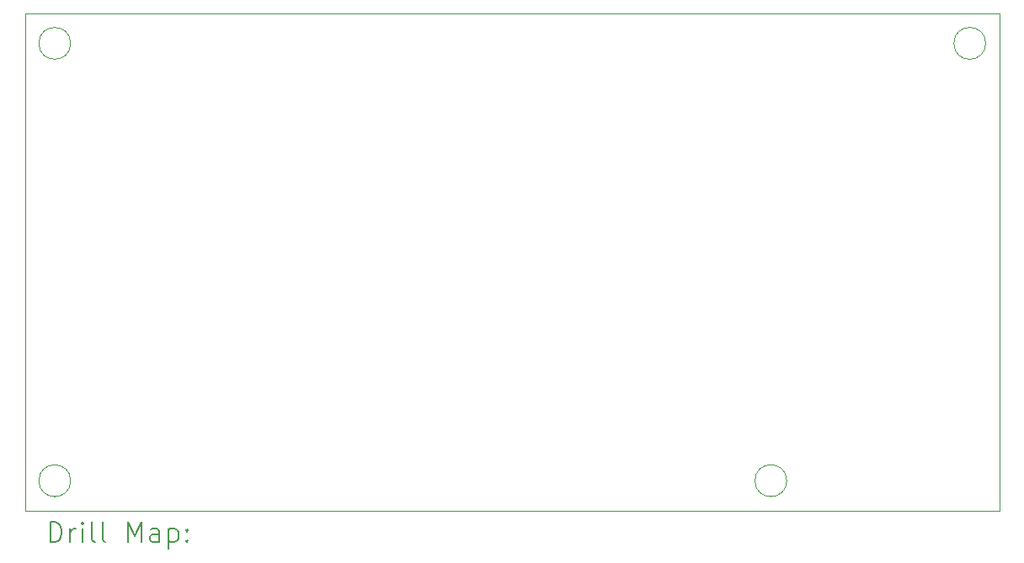
<source format=gbr>
%TF.GenerationSoftware,KiCad,Pcbnew,8.0.3*%
%TF.CreationDate,2024-06-12T20:13:06+02:00*%
%TF.ProjectId,Li Ion Doctor,4c692049-6f6e-4204-946f-63746f722e6b,1*%
%TF.SameCoordinates,Original*%
%TF.FileFunction,Drillmap*%
%TF.FilePolarity,Positive*%
%FSLAX45Y45*%
G04 Gerber Fmt 4.5, Leading zero omitted, Abs format (unit mm)*
G04 Created by KiCad (PCBNEW 8.0.3) date 2024-06-12 20:13:06*
%MOMM*%
%LPD*%
G01*
G04 APERTURE LIST*
%ADD10C,0.100000*%
%ADD11C,0.200000*%
G04 APERTURE END LIST*
D10*
X17245160Y-13071220D02*
G75*
G02*
X16925160Y-13071220I-160000J0D01*
G01*
X16925160Y-13071220D02*
G75*
G02*
X17245160Y-13071220I160000J0D01*
G01*
X10045160Y-8671220D02*
G75*
G02*
X9725160Y-8671220I-160000J0D01*
G01*
X9725160Y-8671220D02*
G75*
G02*
X10045160Y-8671220I160000J0D01*
G01*
X10045160Y-13071220D02*
G75*
G02*
X9725160Y-13071220I-160000J0D01*
G01*
X9725160Y-13071220D02*
G75*
G02*
X10045160Y-13071220I160000J0D01*
G01*
X9585160Y-8371220D02*
X19385160Y-8371220D01*
X19385160Y-13371220D01*
X9585160Y-13371220D01*
X9585160Y-8371220D01*
X19245160Y-8671220D02*
G75*
G02*
X18925160Y-8671220I-160000J0D01*
G01*
X18925160Y-8671220D02*
G75*
G02*
X19245160Y-8671220I160000J0D01*
G01*
D11*
X9840937Y-13687704D02*
X9840937Y-13487704D01*
X9840937Y-13487704D02*
X9888556Y-13487704D01*
X9888556Y-13487704D02*
X9917127Y-13497228D01*
X9917127Y-13497228D02*
X9936175Y-13516275D01*
X9936175Y-13516275D02*
X9945699Y-13535323D01*
X9945699Y-13535323D02*
X9955223Y-13573418D01*
X9955223Y-13573418D02*
X9955223Y-13601989D01*
X9955223Y-13601989D02*
X9945699Y-13640085D01*
X9945699Y-13640085D02*
X9936175Y-13659132D01*
X9936175Y-13659132D02*
X9917127Y-13678180D01*
X9917127Y-13678180D02*
X9888556Y-13687704D01*
X9888556Y-13687704D02*
X9840937Y-13687704D01*
X10040937Y-13687704D02*
X10040937Y-13554370D01*
X10040937Y-13592466D02*
X10050461Y-13573418D01*
X10050461Y-13573418D02*
X10059984Y-13563894D01*
X10059984Y-13563894D02*
X10079032Y-13554370D01*
X10079032Y-13554370D02*
X10098080Y-13554370D01*
X10164746Y-13687704D02*
X10164746Y-13554370D01*
X10164746Y-13487704D02*
X10155223Y-13497228D01*
X10155223Y-13497228D02*
X10164746Y-13506751D01*
X10164746Y-13506751D02*
X10174270Y-13497228D01*
X10174270Y-13497228D02*
X10164746Y-13487704D01*
X10164746Y-13487704D02*
X10164746Y-13506751D01*
X10288556Y-13687704D02*
X10269508Y-13678180D01*
X10269508Y-13678180D02*
X10259984Y-13659132D01*
X10259984Y-13659132D02*
X10259984Y-13487704D01*
X10393318Y-13687704D02*
X10374270Y-13678180D01*
X10374270Y-13678180D02*
X10364746Y-13659132D01*
X10364746Y-13659132D02*
X10364746Y-13487704D01*
X10621889Y-13687704D02*
X10621889Y-13487704D01*
X10621889Y-13487704D02*
X10688556Y-13630561D01*
X10688556Y-13630561D02*
X10755223Y-13487704D01*
X10755223Y-13487704D02*
X10755223Y-13687704D01*
X10936175Y-13687704D02*
X10936175Y-13582942D01*
X10936175Y-13582942D02*
X10926651Y-13563894D01*
X10926651Y-13563894D02*
X10907604Y-13554370D01*
X10907604Y-13554370D02*
X10869508Y-13554370D01*
X10869508Y-13554370D02*
X10850461Y-13563894D01*
X10936175Y-13678180D02*
X10917127Y-13687704D01*
X10917127Y-13687704D02*
X10869508Y-13687704D01*
X10869508Y-13687704D02*
X10850461Y-13678180D01*
X10850461Y-13678180D02*
X10840937Y-13659132D01*
X10840937Y-13659132D02*
X10840937Y-13640085D01*
X10840937Y-13640085D02*
X10850461Y-13621037D01*
X10850461Y-13621037D02*
X10869508Y-13611513D01*
X10869508Y-13611513D02*
X10917127Y-13611513D01*
X10917127Y-13611513D02*
X10936175Y-13601989D01*
X11031413Y-13554370D02*
X11031413Y-13754370D01*
X11031413Y-13563894D02*
X11050461Y-13554370D01*
X11050461Y-13554370D02*
X11088556Y-13554370D01*
X11088556Y-13554370D02*
X11107604Y-13563894D01*
X11107604Y-13563894D02*
X11117127Y-13573418D01*
X11117127Y-13573418D02*
X11126651Y-13592466D01*
X11126651Y-13592466D02*
X11126651Y-13649608D01*
X11126651Y-13649608D02*
X11117127Y-13668656D01*
X11117127Y-13668656D02*
X11107604Y-13678180D01*
X11107604Y-13678180D02*
X11088556Y-13687704D01*
X11088556Y-13687704D02*
X11050461Y-13687704D01*
X11050461Y-13687704D02*
X11031413Y-13678180D01*
X11212365Y-13668656D02*
X11221889Y-13678180D01*
X11221889Y-13678180D02*
X11212365Y-13687704D01*
X11212365Y-13687704D02*
X11202842Y-13678180D01*
X11202842Y-13678180D02*
X11212365Y-13668656D01*
X11212365Y-13668656D02*
X11212365Y-13687704D01*
X11212365Y-13563894D02*
X11221889Y-13573418D01*
X11221889Y-13573418D02*
X11212365Y-13582942D01*
X11212365Y-13582942D02*
X11202842Y-13573418D01*
X11202842Y-13573418D02*
X11212365Y-13563894D01*
X11212365Y-13563894D02*
X11212365Y-13582942D01*
M02*

</source>
